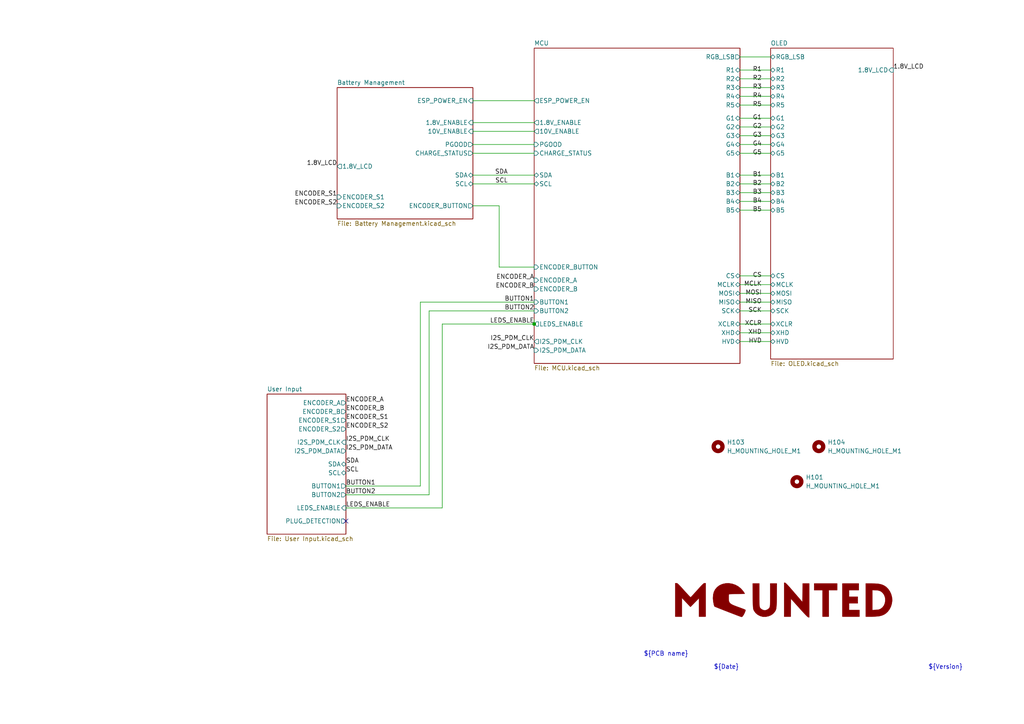
<source format=kicad_sch>
(kicad_sch (version 20230121) (generator eeschema)
  (paper "A4")
  (lib_symbols
    (symbol ".mounted-lib:H_MOUNTING_HOLE_M1" (in_bom no)
      (property "Reference" "H?" (at 2.54 1.2701 0))
      (property "Value" "H_MOUNTING_HOLE_M1" (at 40.64 12.7 0))
      (symbol "H_MOUNTING_HOLE_M1_0_1"
        (circle (center 0 0) (radius 1.27) (stroke (width 1.27)))
      )
    )
    (symbol ".mounted-lib:mounted_logo" (pin_names (offset 1.016)) (in_bom no)
      (symbol "mounted_logo_0_0"
        (polyline (pts (xy 13.0541 -1.012) (xy 13.0541 2.8335) (xy 14.2685 2.8335) (xy 15.4828 2.8335) (xy 15.4828 3.7948) (xy 15.4828 4.7562) (xy 12.1434 4.7562) (xy 8.8039 4.7562) (xy 8.8039 3.7948) (xy 8.8039 2.8335) (xy 10.0183 2.8335) (xy 11.2326 2.8335) (xy 11.2326 -1.012) (xy 11.2326 -4.8574) (xy 12.1434 -4.8574) (xy 13.0541 -4.8574) (xy 13.0541 -1.012)) (stroke (width 0.01)) (fill (type outline)))
        (polyline (pts (xy 21.9593 -3.896) (xy 21.9593 -2.9347) (xy 20.4414 -2.9347) (xy 18.9235 -2.9347) (xy 18.9235 -1.9733) (xy 18.9235 -1.012) (xy 20.1884 -1.012) (xy 21.4533 -1.012) (xy 21.4533 -0.0506) (xy 21.4533 0.9107) (xy 20.1884 0.9107) (xy 18.9235 0.9107) (xy 18.9235 1.8721) (xy 18.9235 2.8335) (xy 20.3402 2.8335) (xy 21.7569 2.8335) (xy 21.7569 3.7948) (xy 21.7569 4.7562) (xy 19.3788 4.7562) (xy 17.0008 4.7562) (xy 17.0008 -0.0506) (xy 17.0008 -4.8574) (xy 19.48 -4.8574) (xy 21.9593 -4.8574) (xy 21.9593 -3.896)) (stroke (width 0.01)) (fill (type outline)))
        (polyline (pts (xy 7.3872 -0.1518) (xy 7.3872 4.7562) (xy 6.4275 4.7562) (xy 5.4678 4.7562) (xy 5.4409 2.0564) (xy 5.4139 -0.6433) (xy 3.0016 2.1576) (xy 2.3562 2.9042) (xy 1.8128 3.5255) (xy 1.3749 4.0164) (xy 1.0304 4.3895) (xy 0.7673 4.6575) (xy 0.5734 4.8332) (xy 0.4367 4.9293) (xy 0.3452 4.9585) (xy 0.1012 4.9585) (xy 0.1012 0.0506) (xy 0.1012 -4.8574) (xy 1.0608 -4.8574) (xy 2.0205 -4.8574) (xy 2.0475 -2.2586) (xy 2.0745 0.3401) (xy 4.5011 -2.3598) (xy 4.7 -2.5808) (xy 5.3538 -3.3024) (xy 5.8892 -3.8837) (xy 6.3167 -4.3354) (xy 6.6469 -4.6683) (xy 6.8901 -4.8929) (xy 7.0568 -5.0198) (xy 7.1575 -5.0598) (xy 7.3872 -5.0598) (xy 7.3872 -0.1518)) (stroke (width 0.01)) (fill (type outline)))
        (polyline (pts (xy -29.5449 -2.1504) (xy -29.5409 0.5566) (xy -28.3053 -0.7424) (xy -27.0698 -2.0414) (xy -25.8301 -0.7769) (xy -24.5905 0.4877) (xy -24.5905 -2.1848) (xy -24.5905 -4.8574) (xy -23.6291 -4.8574) (xy -22.6678 -4.8574) (xy -22.6678 0) (xy -22.6678 4.8574) (xy -22.9639 4.8574) (xy -23.0357 4.8497) (xy -23.152 4.8043) (xy -23.2999 4.7038) (xy -23.4963 4.5321) (xy -23.7582 4.2729) (xy -24.1025 3.9099) (xy -24.5462 3.4271) (xy -25.1062 2.8082) (xy -25.1312 2.7804) (xy -25.6173 2.2426) (xy -26.059 1.757) (xy -26.4383 1.3434) (xy -26.7368 1.0213) (xy -26.9366 0.8106) (xy -27.0195 0.7308) (xy -27.0218 0.7308) (xy -27.1159 0.8089) (xy -27.3249 1.0176) (xy -27.6307 1.3378) (xy -28.0155 1.7506) (xy -28.4613 2.237) (xy -28.9503 2.7779) (xy -29.0633 2.9036) (xy -29.5971 3.4952) (xy -30.0179 3.9544) (xy -30.3429 4.2978) (xy -30.5897 4.5419) (xy -30.7757 4.7032) (xy -30.9183 4.7982) (xy -31.0349 4.8433) (xy -31.1429 4.8552) (xy -31.4717 4.8574) (xy -31.4717 0) (xy -31.4717 -4.8574) (xy -30.5104 -4.8574) (xy -29.549 -4.8574) (xy -29.5449 -2.1504)) (stroke (width 0.01)) (fill (type outline)))
        (polyline (pts (xy 25.4253 -4.8556) (xy 25.6404 -4.8547) (xy 26.5575 -4.83) (xy 27.3171 -4.7676) (xy 27.9546 -4.662) (xy 28.505 -4.5079) (xy 29.0036 -4.2997) (xy 29.5084 -3.9977) (xy 30.1403 -3.435) (xy 30.6643 -2.7409) (xy 31.0657 -1.9468) (xy 31.3296 -1.0838) (xy 31.4411 -0.1834) (xy 31.3855 0.7233) (xy 31.3804 0.7543) (xy 31.1515 1.6264) (xy 30.7776 2.4404) (xy 30.2822 3.162) (xy 29.6889 3.7567) (xy 29.0211 4.19) (xy 28.8905 4.2515) (xy 28.3813 4.4468) (xy 27.8162 4.589) (xy 27.1592 4.6839) (xy 26.3743 4.7372) (xy 25.4253 4.7544) (xy 23.7808 4.7562) (xy 23.7808 -0.0506) (xy 23.7808 -2.9588) (xy 25.7035 -2.9588) (xy 25.7035 -0.0506) (xy 25.7035 2.8576) (xy 26.6396 2.8137) (xy 26.8905 2.7983) (xy 27.5042 2.7136) (xy 27.9891 2.5521) (xy 28.3954 2.2928) (xy 28.7736 1.9144) (xy 29.1102 1.4237) (xy 29.364 0.7385) (xy 29.4478 -0.0506) (xy 29.4393 -0.2952) (xy 29.3007 -1.042) (xy 29.0038 -1.702) (xy 28.5635 -2.248) (xy 27.9949 -2.6533) (xy 27.9266 -2.6869) (xy 27.6052 -2.8006) (xy 27.195 -2.8729) (xy 26.6396 -2.9149) (xy 25.7035 -2.9588) (xy 23.7808 -2.9588) (xy 23.7808 -4.8574) (xy 25.4253 -4.8556)) (stroke (width 0.01)) (fill (type outline)))
        (polyline (pts (xy -4.4754 -4.7478) (xy -3.7692 -4.467) (xy -3.1608 -4.0647) (xy -2.6916 -3.5562) (xy -2.613 -3.4418) (xy -2.4727 -3.2245) (xy -2.3593 -3.0132) (xy -2.2696 -2.7847) (xy -2.2006 -2.5159) (xy -2.149 -2.1837) (xy -2.1119 -1.7649) (xy -2.086 -1.2363) (xy -2.0683 -0.5748) (xy -2.0556 0.2428) (xy -2.0449 1.2396) (xy -2.0099 4.7562) (xy -2.9783 4.7562) (xy -3.9467 4.7562) (xy -3.9468 1.442) (xy -3.9473 0.7789) (xy -3.95 -0.014) (xy -3.956 -0.6426) (xy -3.9665 -1.1295) (xy -3.9826 -1.4973) (xy -4.0053 -1.7684) (xy -4.0357 -1.9652) (xy -4.0748 -2.1104) (xy -4.1239 -2.2263) (xy -4.3189 -2.4863) (xy -4.677 -2.7631) (xy -5.0995 -2.9601) (xy -5.5113 -3.0336) (xy -5.7577 -3.0059) (xy -6.2007 -2.8542) (xy -6.601 -2.6075) (xy -6.8788 -2.3081) (xy -6.9051 -2.2636) (xy -6.9556 -2.1601) (xy -6.9955 -2.0331) (xy -7.0261 -1.8603) (xy -7.0487 -1.6193) (xy -7.0643 -1.2877) (xy -7.0744 -0.8433) (xy -7.0801 -0.2635) (xy -7.0827 0.474) (xy -7.0833 1.3914) (xy -7.0837 4.7562) (xy -8.051 4.7562) (xy -9.0182 4.7562) (xy -8.983 1.189) (xy -8.9744 0.3875) (xy -8.9633 -0.4295) (xy -8.9503 -1.0843) (xy -8.9342 -1.5993) (xy -8.914 -1.9967) (xy -8.8883 -2.2985) (xy -8.8561 -2.5271) (xy -8.8161 -2.7046) (xy -8.7671 -2.8532) (xy -8.6157 -3.18) (xy -8.1881 -3.771) (xy -7.62 -4.2662) (xy -6.948 -4.6372) (xy -6.2083 -4.8553) (xy -6.0147 -4.8833) (xy -5.2378 -4.8917) (xy -4.4754 -4.7478)) (stroke (width 0.01)) (fill (type outline)))
        (polyline (pts (xy -12.033 -4.8536) (xy -11.8228 -4.6062) (xy -11.5946 -4.2448) (xy -11.3715 -3.8054) (xy -11.1767 -3.3242) (xy -11.1344 -3.2018) (xy -11.0898 -3.0068) (xy -11.143 -2.8972) (xy -11.3132 -2.7992) (xy -11.4369 -2.7453) (xy -11.7403 -2.6255) (xy -12.1683 -2.4635) (xy -12.6832 -2.2735) (xy -13.2473 -2.0698) (xy -13.685 -1.9116) (xy -14.3947 -1.6403) (xy -14.9424 -1.397) (xy -15.3488 -1.1615) (xy -15.6346 -0.9134) (xy -15.8208 -0.6324) (xy -15.928 -0.2982) (xy -15.9771 0.1096) (xy -15.9889 0.6113) (xy -15.9885 0.757) (xy -15.9792 1.1798) (xy -15.9532 1.4468) (xy -15.9049 1.5943) (xy -15.8288 1.6589) (xy -15.8013 1.6651) (xy -15.5957 1.6827) (xy -15.2307 1.6979) (xy -14.7385 1.7098) (xy -14.1513 1.7175) (xy -13.5013 1.7203) (xy -13.2539 1.7207) (xy -12.6407 1.7258) (xy -12.1129 1.736) (xy -11.6996 1.7502) (xy -11.4302 1.7676) (xy -11.3339 1.7873) (xy -11.3479 1.8507) (xy -11.4667 2.0761) (xy -11.6796 2.3844) (xy -11.9541 2.7332) (xy -12.2575 3.08) (xy -12.5574 3.3822) (xy -13.1861 3.8791) (xy -14.0562 4.357) (xy -14.9946 4.6741) (xy -15.9634 4.818) (xy -16.9248 4.7769) (xy -16.9567 4.7722) (xy -17.8565 4.5627) (xy -18.6212 4.2205) (xy -19.2773 3.7338) (xy -19.3987 3.6179) (xy -19.9135 2.9955) (xy -20.2685 2.2952) (xy -20.4741 1.4909) (xy -20.5407 0.5566) (xy -20.5381 0.4182) (xy -20.5054 -0.0257) (xy -20.4425 -0.5134) (xy -20.3587 -0.9959) (xy -20.2631 -1.4239) (xy -20.1651 -1.7483) (xy -20.0739 -1.9202) (xy -20.0687 -1.9236) (xy -19.9337 -1.9838) (xy -19.6386 -2.1053) (xy -19.2081 -2.2785) (xy -18.6668 -2.4936) (xy -18.0396 -2.7412) (xy -17.351 -3.0114) (xy -16.6258 -3.2948) (xy -15.8887 -3.5816) (xy -15.1644 -3.8623) (xy -14.4776 -4.1272) (xy -13.8529 -4.3666) (xy -13.3151 -4.571) (xy -12.8888 -4.7307) (xy -12.5988 -4.8361) (xy -12.5944 -4.8376) (xy -12.3603 -4.9142) (xy -12.2194 -4.9506) (xy -12.202 -4.9508) (xy -12.033 -4.8536)) (stroke (width 0.01)) (fill (type outline)))
      )
    )
  )
  (junction (at 154.94 93.98))
  (no_connect (at 100.33 151.13))
  (wire (pts (xy 214.63 55.88) (xy 223.52 55.88)))
  (wire (pts (xy 214.63 30.48) (xy 223.52 30.48)))
  (wire (pts (xy 214.63 50.8) (xy 223.52 50.8)))
  (wire (pts (xy 214.63 60.96) (xy 223.52 60.96)))
  (wire (pts (xy 144.78 77.47) (xy 154.94 77.47)))
  (wire (pts (xy 214.63 85.09) (xy 223.52 85.09)))
  (wire (pts (xy 214.63 53.34) (xy 223.52 53.34)))
  (wire (pts (xy 128.27 93.98) (xy 128.27 147.32)))
  (wire (pts (xy 214.63 99.06) (xy 223.52 99.06)))
  (wire (pts (xy 214.63 25.4) (xy 223.52 25.4)))
  (wire (pts (xy 214.63 36.83) (xy 223.52 36.83)))
  (wire (pts (xy 154.94 93.98) (xy 128.27 93.98)))
  (wire (pts (xy 137.16 59.69) (xy 144.78 59.69)))
  (wire (pts (xy 214.63 20.32) (xy 223.52 20.32)))
  (wire (pts (xy 214.63 44.45) (xy 223.52 44.45)))
  (wire (pts (xy 214.63 39.37) (xy 223.52 39.37)))
  (wire (pts (xy 214.63 80.01) (xy 223.52 80.01)))
  (wire (pts (xy 214.63 58.42) (xy 223.52 58.42)))
  (wire (pts (xy 137.16 29.21) (xy 154.94 29.21)))
  (wire (pts (xy 137.16 50.8) (xy 154.94 50.8)))
  (wire (pts (xy 121.92 87.63) (xy 154.94 87.63)))
  (wire (pts (xy 214.63 87.63) (xy 223.52 87.63)))
  (wire (pts (xy 137.16 53.34) (xy 154.94 53.34)))
  (wire (pts (xy 214.63 90.17) (xy 223.52 90.17)))
  (wire (pts (xy 137.16 35.56) (xy 154.94 35.56)))
  (wire (pts (xy 214.63 34.29) (xy 223.52 34.29)))
  (wire (pts (xy 154.94 93.98) (xy 154.94 92.71)))
  (wire (pts (xy 214.63 82.55) (xy 223.52 82.55)))
  (wire (pts (xy 214.63 27.94) (xy 223.52 27.94)))
  (wire (pts (xy 100.33 143.51) (xy 124.46 143.51)))
  (wire (pts (xy 128.27 147.32) (xy 100.33 147.32)))
  (wire (pts (xy 124.46 143.51) (xy 124.46 90.17)))
  (wire (pts (xy 137.16 44.45) (xy 154.94 44.45)))
  (wire (pts (xy 137.16 41.91) (xy 154.94 41.91)))
  (wire (pts (xy 214.63 22.86) (xy 223.52 22.86)))
  (wire (pts (xy 100.33 140.97) (xy 121.92 140.97)))
  (wire (pts (xy 144.78 59.69) (xy 144.78 77.47)))
  (wire (pts (xy 214.63 93.98) (xy 223.52 93.98)))
  (wire (pts (xy 121.92 140.97) (xy 121.92 87.63)))
  (wire (pts (xy 137.16 38.1) (xy 154.94 38.1)))
  (wire (pts (xy 124.46 90.17) (xy 154.94 90.17)))
  (wire (pts (xy 214.63 16.51) (xy 223.52 16.51)))
  (wire (pts (xy 214.63 41.91) (xy 223.52 41.91)))
  (wire (pts (xy 214.63 96.52) (xy 223.52 96.52)))
  (text "${PCB name}" (at 186.69 190.5 0) (effects (font (size 1.27 1.27)) (justify left bottom)))
  (text "${Date}" (at 207.01 194.31 0) (effects (font (size 1.27 1.27)) (justify left bottom)))
  (text "${Version}" (at 269.24 194.31 0) (effects (font (size 1.27 1.27)) (justify left bottom)))
  (label "G5" (at 220.98 44.45 180))
  (label "HVD" (at 220.98 99.06 180))
  (label "SCK" (at 220.98 90.17 180))
  (label "B2" (at 220.98 53.34 180))
  (label "B3" (at 220.98 55.88 180))
  (label "LEDS_ENABLE" (at 154.94 93.98 180))
  (label "ENCODER_S2" (at 97.79 59.69 180))
  (label "R5" (at 220.98 30.48 180))
  (label "R2" (at 220.98 22.86 180))
  (label "XCLR" (at 220.98 93.98 180))
  (label "1.8V_LCD" (at 97.79 48.26 180))
  (label "I2S_PDM_CLK" (at 154.94 99.06 180))
  (label "B5" (at 220.98 60.96 180))
  (label "G3" (at 220.98 39.37 180))
  (label "I2S_PDM_CLK" (at 100.33 128.27 0))
  (label "R3" (at 220.98 25.4 180))
  (label "B1" (at 220.98 50.8 180))
  (label "BUTTON1" (at 154.94 87.63 180))
  (label "ENCODER_S2" (at 100.33 124.46 0))
  (label "R4" (at 220.98 27.94 180))
  (label "I2S_PDM_DATA" (at 154.94 101.6 180))
  (label "BUTTON1" (at 100.33 140.97 0))
  (label "ENCODER_S1" (at 100.33 121.92 0))
  (label "ENCODER_S1" (at 97.79 57.15 180))
  (label "LEDS_ENABLE" (at 100.33 147.32 0))
  (label "I2S_PDM_DATA" (at 100.33 130.81 0))
  (label "XHD" (at 220.98 96.52 180))
  (label "SCL" (at 147.32 53.34 180))
  (label "BUTTON2" (at 100.33 143.51 0))
  (label "ENCODER_A" (at 100.33 116.84 0))
  (label "R1" (at 220.98 20.32 180))
  (label "ENCODER_B" (at 154.94 83.82 180))
  (label "CS" (at 220.98 80.01 180))
  (label "G1" (at 220.98 34.29 180))
  (label "SDA" (at 100.33 134.62 0))
  (label "MOSI" (at 220.98 85.09 180))
  (label "SCL" (at 100.33 137.16 0))
  (label "SDA" (at 147.32 50.8 180))
  (label "MISO" (at 220.98 87.63 180))
  (label "ENCODER_A" (at 154.94 81.28 180))
  (label "B4" (at 220.98 58.42 180))
  (label "MCLK" (at 220.98 82.55 180))
  (label "BUTTON2" (at 154.94 90.17 180))
  (label "G4" (at 220.98 41.91 180))
  (label "G2" (at 220.98 36.83 180))
  (label "ENCODER_B" (at 100.33 119.38 0))
  (label "1.8V_LCD" (at 259.08 20.32 0))
  (symbol (lib_id ".mounted-lib:H_MOUNTING_HOLE_M1") (at 231.14 139.7 0) (unit 1) (in_bom no)
    (property "Reference" "H101" (at 233.68 138.43 0) (effects (justify left)))
    (property "Value" "H_MOUNTING_HOLE_M1" (at 233.68 140.97 0) (effects (justify left)))
    (property "Footprint" ".mounted-lib:MountingHole_1.2mm_M1" (effects hide))
    (property "Datasheet" "http://127.0.0.1" (effects hide))
    (property "DisplayValue" "Screw" (effects hide))
    (property "Category" "MECHANICAL" (effects hide))
    (property "Family" "Hole" (effects hide))
    (property "_Created" "GCE 2022-06-15" (effects hide))
    (property "Mount" "PCB" (effects hide))
    (property "Package" "1.2mm HOLE" (effects hide))
    (property "Automotive" "N" (effects hide))
    (property "MaxHeight_mm" "0mm" (effects hide))
  )
  (symbol (lib_id ".mounted-lib:mounted_logo") (at 227.33 173.99 0) (unit 1) (in_bom no)
    (property "Reference" "LOGO101" (effects hide))
    (property "Value" "mounted_logo" (effects hide))
    (property "Footprint" ".mounted-lib:mounted_logo" (effects hide))
  )
  (symbol (lib_id ".mounted-lib:H_MOUNTING_HOLE_M1") (at 237.49 129.54 0) (unit 1) (in_bom no)
    (property "Reference" "H104" (at 240.03 128.27 0) (effects (justify left)))
    (property "Value" "H_MOUNTING_HOLE_M1" (at 240.03 130.81 0) (effects (justify left)))
    (property "Footprint" ".mounted-lib:MountingHole_1.2mm_M1" (effects hide))
    (property "Datasheet" "http://127.0.0.1" (effects hide))
    (property "DisplayValue" "Screw" (effects hide))
    (property "Category" "MECHANICAL" (effects hide))
    (property "Family" "Hole" (effects hide))
    (property "_Created" "GCE 2022-06-15" (effects hide))
    (property "Mount" "PCB" (effects hide))
    (property "Package" "1.2mm HOLE" (effects hide))
    (property "Automotive" "N" (effects hide))
    (property "MaxHeight_mm" "0mm" (effects hide))
  )
  (symbol (lib_id ".mounted-lib:H_MOUNTING_HOLE_M1") (at 208.28 129.54 0) (unit 1) (in_bom no)
    (property "Reference" "H103" (at 210.82 128.27 0) (effects (justify left)))
    (property "Value" "H_MOUNTING_HOLE_M1" (at 210.82 130.81 0) (effects (justify left)))
    (property "Footprint" ".mounted-lib:MountingHole_1.2mm_M1" (effects hide))
    (property "Datasheet" "http://127.0.0.1" (effects hide))
    (property "DisplayValue" "Screw" (effects hide))
    (property "Category" "MECHANICAL" (effects hide))
    (property "Family" "Hole" (effects hide))
    (property "_Created" "GCE 2022-06-15" (effects hide))
    (property "Mount" "PCB" (effects hide))
    (property "Package" "1.2mm HOLE" (effects hide))
    (property "Automotive" "N" (effects hide))
    (property "MaxHeight_mm" "0mm" (effects hide))
  )
  (sheet (at 77.47 114.3) (size 22.86 40.64) (stroke (width 0.1524))
    (property "Sheetname" "User Input" (at 77.47 113.5884 0) (effects (justify left bottom)))
    (property "Sheetfile" "User Input.kicad_sch" (at 77.47 155.5246 0) (effects (justify left top)))
    (pin "ENCODER_A" output (at 100.33 116.84 0))
    (pin "ENCODER_B" output (at 100.33 119.38 0))
    (pin "ENCODER_S2" output (at 100.33 124.46 0))
    (pin "ENCODER_S1" output (at 100.33 121.92 0))
    (pin "I2S_PDM_CLK" input (at 100.33 128.27 0))
    (pin "I2S_PDM_DATA" output (at 100.33 130.81 0))
    (pin "SDA" bidirectional (at 100.33 134.62 0))
    (pin "SCL" bidirectional (at 100.33 137.16 0))
    (pin "BUTTON1" output (at 100.33 140.97 0))
    (pin "BUTTON2" output (at 100.33 143.51 0))
    (pin "LEDS_ENABLE" input (at 100.33 147.32 0))
    (pin "PLUG_DETECTION" output (at 100.33 151.13 0))
  )
  (sheet (at 97.79 25.4) (size 39.37 38.1) (stroke (width 0.1524))
    (property "Sheetname" "Battery Management" (at 97.79 24.6884 0) (effects (justify left bottom)))
    (property "Sheetfile" "Battery Management.kicad_sch" (at 97.79 64.0846 0) (effects (justify left top)))
    (pin "SCL" bidirectional (at 137.16 53.34 0))
    (pin "SDA" bidirectional (at 137.16 50.8 0))
    (pin "ESP_POWER_EN" input (at 137.16 29.21 0))
    (pin "ENCODER_S1" input (at 97.79 57.15 180))
    (pin "ENCODER_S2" input (at 97.79 59.69 180))
    (pin "1.8V_ENABLE" input (at 137.16 35.56 0))
    (pin "1.8V_LCD" output (at 97.79 48.26 180))
    (pin "ENCODER_BUTTON" output (at 137.16 59.69 0))
    (pin "10V_ENABLE" input (at 137.16 38.1 0))
    (pin "PGOOD" output (at 137.16 41.91 0))
    (pin "CHARGE_STATUS" output (at 137.16 44.45 0))
  )
  (sheet (at 223.52 13.97) (size 35.56 90.17) (stroke (width 0.1524))
    (property "Sheetname" "OLED" (at 223.52 13.2584 0) (effects (justify left bottom)))
    (property "Sheetfile" "OLED.kicad_sch" (at 223.52 104.7246 0) (effects (justify left top)))
    (pin "RGB_LSB" bidirectional (at 223.52 16.51 180))
    (pin "XHD" bidirectional (at 223.52 96.52 180))
    (pin "MISO" bidirectional (at 223.52 87.63 180))
    (pin "HVD" bidirectional (at 223.52 99.06 180))
    (pin "SCK" bidirectional (at 223.52 90.17 180))
    (pin "XCLR" bidirectional (at 223.52 93.98 180))
    (pin "MOSI" bidirectional (at 223.52 85.09 180))
    (pin "MCLK" bidirectional (at 223.52 82.55 180))
    (pin "R2" bidirectional (at 223.52 22.86 180))
    (pin "R1" bidirectional (at 223.52 20.32 180))
    (pin "G2" bidirectional (at 223.52 36.83 180))
    (pin "G1" bidirectional (at 223.52 34.29 180))
    (pin "R4" bidirectional (at 223.52 27.94 180))
    (pin "R5" bidirectional (at 223.52 30.48 180))
    (pin "R3" bidirectional (at 223.52 25.4 180))
    (pin "G3" bidirectional (at 223.52 39.37 180))
    (pin "G5" bidirectional (at 223.52 44.45 180))
    (pin "G4" bidirectional (at 223.52 41.91 180))
    (pin "B1" bidirectional (at 223.52 50.8 180))
    (pin "B5" bidirectional (at 223.52 60.96 180))
    (pin "B2" bidirectional (at 223.52 53.34 180))
    (pin "B3" bidirectional (at 223.52 55.88 180))
    (pin "B4" bidirectional (at 223.52 58.42 180))
    (pin "CS" bidirectional (at 223.52 80.01 180))
    (pin "1.8V_LCD" input (at 259.08 20.32 0))
  )
  (sheet (at 154.94 13.97) (size 59.69 91.44) (stroke (width 0.1524))
    (property "Sheetname" "MCU" (at 154.94 13.2584 0) (effects (justify left bottom)))
    (property "Sheetfile" "MCU.kicad_sch" (at 154.94 105.9946 0) (effects (justify left top)))
    (pin "SCL" bidirectional (at 154.94 53.34 180))
    (pin "SDA" bidirectional (at 154.94 50.8 180))
    (pin "B5" bidirectional (at 214.63 60.96 0))
    (pin "MCLK" bidirectional (at 214.63 82.55 0))
    (pin "XCLR" bidirectional (at 214.63 93.98 0))
    (pin "CS" bidirectional (at 214.63 80.01 0))
    (pin "G2" bidirectional (at 214.63 36.83 0))
    (pin "G3" bidirectional (at 214.63 39.37 0))
    (pin "G4" bidirectional (at 214.63 41.91 0))
    (pin "G5" bidirectional (at 214.63 44.45 0))
    (pin "HVD" bidirectional (at 214.63 99.06 0))
    (pin "R3" bidirectional (at 214.63 25.4 0))
    (pin "R4" bidirectional (at 214.63 27.94 0))
    (pin "R5" bidirectional (at 214.63 30.48 0))
    (pin "G1" bidirectional (at 214.63 34.29 0))
    (pin "XHD" bidirectional (at 214.63 96.52 0))
    (pin "R2" bidirectional (at 214.63 22.86 0))
    (pin "R1" bidirectional (at 214.63 20.32 0))
    (pin "MISO" bidirectional (at 214.63 87.63 0))
    (pin "MOSI" bidirectional (at 214.63 85.09 0))
    (pin "SCK" bidirectional (at 214.63 90.17 0))
    (pin "B2" bidirectional (at 214.63 53.34 0))
    (pin "B1" bidirectional (at 214.63 50.8 0))
    (pin "B3" bidirectional (at 214.63 55.88 0))
    (pin "B4" bidirectional (at 214.63 58.42 0))
    (pin "ESP_POWER_EN" output (at 154.94 29.21 180))
    (pin "I2S_PDM_CLK" output (at 154.94 99.06 180))
    (pin "I2S_PDM_DATA" input (at 154.94 101.6 180))
    (pin "BUTTON1" input (at 154.94 87.63 180))
    (pin "RGB_LSB" output (at 214.63 16.51 0))
    (pin "10V_ENABLE" output (at 154.94 38.1 180))
    (pin "ENCODER_BUTTON" input (at 154.94 77.47 180))
    (pin "BUTTON2" input (at 154.94 90.17 180))
    (pin "1.8V_ENABLE" output (at 154.94 35.56 180))
    (pin "ENCODER_A" input (at 154.94 81.28 180))
    (pin "ENCODER_B" input (at 154.94 83.82 180))
    (pin "PGOOD" input (at 154.94 41.91 180))
    (pin "CHARGE_STATUS" input (at 154.94 44.45 180))
    (pin "LEDS_ENABLE" output (at 154.94 93.98 180))
  )
)
</source>
